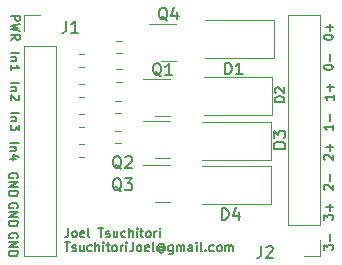
<source format=gbr>
%TF.GenerationSoftware,KiCad,Pcbnew,7.0.8-7.0.8~ubuntu22.04.1*%
%TF.CreationDate,2023-12-06T13:38:50-08:00*%
%TF.ProjectId,SolenoidDriver,536f6c65-6e6f-4696-9444-72697665722e,rev?*%
%TF.SameCoordinates,Original*%
%TF.FileFunction,Legend,Top*%
%TF.FilePolarity,Positive*%
%FSLAX46Y46*%
G04 Gerber Fmt 4.6, Leading zero omitted, Abs format (unit mm)*
G04 Created by KiCad (PCBNEW 7.0.8-7.0.8~ubuntu22.04.1) date 2023-12-06 13:38:50*
%MOMM*%
%LPD*%
G01*
G04 APERTURE LIST*
%ADD10C,0.150000*%
%ADD11C,0.120000*%
G04 APERTURE END LIST*
D10*
X83676541Y-61347914D02*
X83676541Y-61883628D01*
X83676541Y-61883628D02*
X83640826Y-61990771D01*
X83640826Y-61990771D02*
X83569398Y-62062200D01*
X83569398Y-62062200D02*
X83462255Y-62097914D01*
X83462255Y-62097914D02*
X83390826Y-62097914D01*
X84140827Y-62097914D02*
X84069398Y-62062200D01*
X84069398Y-62062200D02*
X84033684Y-62026485D01*
X84033684Y-62026485D02*
X83997970Y-61955057D01*
X83997970Y-61955057D02*
X83997970Y-61740771D01*
X83997970Y-61740771D02*
X84033684Y-61669342D01*
X84033684Y-61669342D02*
X84069398Y-61633628D01*
X84069398Y-61633628D02*
X84140827Y-61597914D01*
X84140827Y-61597914D02*
X84247970Y-61597914D01*
X84247970Y-61597914D02*
X84319398Y-61633628D01*
X84319398Y-61633628D02*
X84355113Y-61669342D01*
X84355113Y-61669342D02*
X84390827Y-61740771D01*
X84390827Y-61740771D02*
X84390827Y-61955057D01*
X84390827Y-61955057D02*
X84355113Y-62026485D01*
X84355113Y-62026485D02*
X84319398Y-62062200D01*
X84319398Y-62062200D02*
X84247970Y-62097914D01*
X84247970Y-62097914D02*
X84140827Y-62097914D01*
X84997969Y-62062200D02*
X84926541Y-62097914D01*
X84926541Y-62097914D02*
X84783684Y-62097914D01*
X84783684Y-62097914D02*
X84712255Y-62062200D01*
X84712255Y-62062200D02*
X84676541Y-61990771D01*
X84676541Y-61990771D02*
X84676541Y-61705057D01*
X84676541Y-61705057D02*
X84712255Y-61633628D01*
X84712255Y-61633628D02*
X84783684Y-61597914D01*
X84783684Y-61597914D02*
X84926541Y-61597914D01*
X84926541Y-61597914D02*
X84997969Y-61633628D01*
X84997969Y-61633628D02*
X85033684Y-61705057D01*
X85033684Y-61705057D02*
X85033684Y-61776485D01*
X85033684Y-61776485D02*
X84676541Y-61847914D01*
X85462255Y-62097914D02*
X85390826Y-62062200D01*
X85390826Y-62062200D02*
X85355112Y-61990771D01*
X85355112Y-61990771D02*
X85355112Y-61347914D01*
X86212255Y-61347914D02*
X86640827Y-61347914D01*
X86426541Y-62097914D02*
X86426541Y-61347914D01*
X86855113Y-62062200D02*
X86926541Y-62097914D01*
X86926541Y-62097914D02*
X87069398Y-62097914D01*
X87069398Y-62097914D02*
X87140827Y-62062200D01*
X87140827Y-62062200D02*
X87176541Y-61990771D01*
X87176541Y-61990771D02*
X87176541Y-61955057D01*
X87176541Y-61955057D02*
X87140827Y-61883628D01*
X87140827Y-61883628D02*
X87069398Y-61847914D01*
X87069398Y-61847914D02*
X86962256Y-61847914D01*
X86962256Y-61847914D02*
X86890827Y-61812200D01*
X86890827Y-61812200D02*
X86855113Y-61740771D01*
X86855113Y-61740771D02*
X86855113Y-61705057D01*
X86855113Y-61705057D02*
X86890827Y-61633628D01*
X86890827Y-61633628D02*
X86962256Y-61597914D01*
X86962256Y-61597914D02*
X87069398Y-61597914D01*
X87069398Y-61597914D02*
X87140827Y-61633628D01*
X87819399Y-61597914D02*
X87819399Y-62097914D01*
X87497970Y-61597914D02*
X87497970Y-61990771D01*
X87497970Y-61990771D02*
X87533684Y-62062200D01*
X87533684Y-62062200D02*
X87605113Y-62097914D01*
X87605113Y-62097914D02*
X87712256Y-62097914D01*
X87712256Y-62097914D02*
X87783684Y-62062200D01*
X87783684Y-62062200D02*
X87819399Y-62026485D01*
X88497970Y-62062200D02*
X88426541Y-62097914D01*
X88426541Y-62097914D02*
X88283684Y-62097914D01*
X88283684Y-62097914D02*
X88212255Y-62062200D01*
X88212255Y-62062200D02*
X88176541Y-62026485D01*
X88176541Y-62026485D02*
X88140827Y-61955057D01*
X88140827Y-61955057D02*
X88140827Y-61740771D01*
X88140827Y-61740771D02*
X88176541Y-61669342D01*
X88176541Y-61669342D02*
X88212255Y-61633628D01*
X88212255Y-61633628D02*
X88283684Y-61597914D01*
X88283684Y-61597914D02*
X88426541Y-61597914D01*
X88426541Y-61597914D02*
X88497970Y-61633628D01*
X88819398Y-62097914D02*
X88819398Y-61347914D01*
X89140827Y-62097914D02*
X89140827Y-61705057D01*
X89140827Y-61705057D02*
X89105112Y-61633628D01*
X89105112Y-61633628D02*
X89033684Y-61597914D01*
X89033684Y-61597914D02*
X88926541Y-61597914D01*
X88926541Y-61597914D02*
X88855112Y-61633628D01*
X88855112Y-61633628D02*
X88819398Y-61669342D01*
X89497969Y-62097914D02*
X89497969Y-61597914D01*
X89497969Y-61347914D02*
X89462255Y-61383628D01*
X89462255Y-61383628D02*
X89497969Y-61419342D01*
X89497969Y-61419342D02*
X89533683Y-61383628D01*
X89533683Y-61383628D02*
X89497969Y-61347914D01*
X89497969Y-61347914D02*
X89497969Y-61419342D01*
X89747969Y-61597914D02*
X90033683Y-61597914D01*
X89855112Y-61347914D02*
X89855112Y-61990771D01*
X89855112Y-61990771D02*
X89890826Y-62062200D01*
X89890826Y-62062200D02*
X89962255Y-62097914D01*
X89962255Y-62097914D02*
X90033683Y-62097914D01*
X90390826Y-62097914D02*
X90319397Y-62062200D01*
X90319397Y-62062200D02*
X90283683Y-62026485D01*
X90283683Y-62026485D02*
X90247969Y-61955057D01*
X90247969Y-61955057D02*
X90247969Y-61740771D01*
X90247969Y-61740771D02*
X90283683Y-61669342D01*
X90283683Y-61669342D02*
X90319397Y-61633628D01*
X90319397Y-61633628D02*
X90390826Y-61597914D01*
X90390826Y-61597914D02*
X90497969Y-61597914D01*
X90497969Y-61597914D02*
X90569397Y-61633628D01*
X90569397Y-61633628D02*
X90605112Y-61669342D01*
X90605112Y-61669342D02*
X90640826Y-61740771D01*
X90640826Y-61740771D02*
X90640826Y-61955057D01*
X90640826Y-61955057D02*
X90605112Y-62026485D01*
X90605112Y-62026485D02*
X90569397Y-62062200D01*
X90569397Y-62062200D02*
X90497969Y-62097914D01*
X90497969Y-62097914D02*
X90390826Y-62097914D01*
X90962254Y-62097914D02*
X90962254Y-61597914D01*
X90962254Y-61740771D02*
X90997968Y-61669342D01*
X90997968Y-61669342D02*
X91033683Y-61633628D01*
X91033683Y-61633628D02*
X91105111Y-61597914D01*
X91105111Y-61597914D02*
X91176540Y-61597914D01*
X91426540Y-62097914D02*
X91426540Y-61597914D01*
X91426540Y-61347914D02*
X91390826Y-61383628D01*
X91390826Y-61383628D02*
X91426540Y-61419342D01*
X91426540Y-61419342D02*
X91462254Y-61383628D01*
X91462254Y-61383628D02*
X91426540Y-61347914D01*
X91426540Y-61347914D02*
X91426540Y-61419342D01*
X83355112Y-62555414D02*
X83783684Y-62555414D01*
X83569398Y-63305414D02*
X83569398Y-62555414D01*
X83997970Y-63269700D02*
X84069398Y-63305414D01*
X84069398Y-63305414D02*
X84212255Y-63305414D01*
X84212255Y-63305414D02*
X84283684Y-63269700D01*
X84283684Y-63269700D02*
X84319398Y-63198271D01*
X84319398Y-63198271D02*
X84319398Y-63162557D01*
X84319398Y-63162557D02*
X84283684Y-63091128D01*
X84283684Y-63091128D02*
X84212255Y-63055414D01*
X84212255Y-63055414D02*
X84105113Y-63055414D01*
X84105113Y-63055414D02*
X84033684Y-63019700D01*
X84033684Y-63019700D02*
X83997970Y-62948271D01*
X83997970Y-62948271D02*
X83997970Y-62912557D01*
X83997970Y-62912557D02*
X84033684Y-62841128D01*
X84033684Y-62841128D02*
X84105113Y-62805414D01*
X84105113Y-62805414D02*
X84212255Y-62805414D01*
X84212255Y-62805414D02*
X84283684Y-62841128D01*
X84962256Y-62805414D02*
X84962256Y-63305414D01*
X84640827Y-62805414D02*
X84640827Y-63198271D01*
X84640827Y-63198271D02*
X84676541Y-63269700D01*
X84676541Y-63269700D02*
X84747970Y-63305414D01*
X84747970Y-63305414D02*
X84855113Y-63305414D01*
X84855113Y-63305414D02*
X84926541Y-63269700D01*
X84926541Y-63269700D02*
X84962256Y-63233985D01*
X85640827Y-63269700D02*
X85569398Y-63305414D01*
X85569398Y-63305414D02*
X85426541Y-63305414D01*
X85426541Y-63305414D02*
X85355112Y-63269700D01*
X85355112Y-63269700D02*
X85319398Y-63233985D01*
X85319398Y-63233985D02*
X85283684Y-63162557D01*
X85283684Y-63162557D02*
X85283684Y-62948271D01*
X85283684Y-62948271D02*
X85319398Y-62876842D01*
X85319398Y-62876842D02*
X85355112Y-62841128D01*
X85355112Y-62841128D02*
X85426541Y-62805414D01*
X85426541Y-62805414D02*
X85569398Y-62805414D01*
X85569398Y-62805414D02*
X85640827Y-62841128D01*
X85962255Y-63305414D02*
X85962255Y-62555414D01*
X86283684Y-63305414D02*
X86283684Y-62912557D01*
X86283684Y-62912557D02*
X86247969Y-62841128D01*
X86247969Y-62841128D02*
X86176541Y-62805414D01*
X86176541Y-62805414D02*
X86069398Y-62805414D01*
X86069398Y-62805414D02*
X85997969Y-62841128D01*
X85997969Y-62841128D02*
X85962255Y-62876842D01*
X86640826Y-63305414D02*
X86640826Y-62805414D01*
X86640826Y-62555414D02*
X86605112Y-62591128D01*
X86605112Y-62591128D02*
X86640826Y-62626842D01*
X86640826Y-62626842D02*
X86676540Y-62591128D01*
X86676540Y-62591128D02*
X86640826Y-62555414D01*
X86640826Y-62555414D02*
X86640826Y-62626842D01*
X86890826Y-62805414D02*
X87176540Y-62805414D01*
X86997969Y-62555414D02*
X86997969Y-63198271D01*
X86997969Y-63198271D02*
X87033683Y-63269700D01*
X87033683Y-63269700D02*
X87105112Y-63305414D01*
X87105112Y-63305414D02*
X87176540Y-63305414D01*
X87533683Y-63305414D02*
X87462254Y-63269700D01*
X87462254Y-63269700D02*
X87426540Y-63233985D01*
X87426540Y-63233985D02*
X87390826Y-63162557D01*
X87390826Y-63162557D02*
X87390826Y-62948271D01*
X87390826Y-62948271D02*
X87426540Y-62876842D01*
X87426540Y-62876842D02*
X87462254Y-62841128D01*
X87462254Y-62841128D02*
X87533683Y-62805414D01*
X87533683Y-62805414D02*
X87640826Y-62805414D01*
X87640826Y-62805414D02*
X87712254Y-62841128D01*
X87712254Y-62841128D02*
X87747969Y-62876842D01*
X87747969Y-62876842D02*
X87783683Y-62948271D01*
X87783683Y-62948271D02*
X87783683Y-63162557D01*
X87783683Y-63162557D02*
X87747969Y-63233985D01*
X87747969Y-63233985D02*
X87712254Y-63269700D01*
X87712254Y-63269700D02*
X87640826Y-63305414D01*
X87640826Y-63305414D02*
X87533683Y-63305414D01*
X88105111Y-63305414D02*
X88105111Y-62805414D01*
X88105111Y-62948271D02*
X88140825Y-62876842D01*
X88140825Y-62876842D02*
X88176540Y-62841128D01*
X88176540Y-62841128D02*
X88247968Y-62805414D01*
X88247968Y-62805414D02*
X88319397Y-62805414D01*
X88569397Y-63305414D02*
X88569397Y-62805414D01*
X88569397Y-62555414D02*
X88533683Y-62591128D01*
X88533683Y-62591128D02*
X88569397Y-62626842D01*
X88569397Y-62626842D02*
X88605111Y-62591128D01*
X88605111Y-62591128D02*
X88569397Y-62555414D01*
X88569397Y-62555414D02*
X88569397Y-62626842D01*
X89140826Y-62555414D02*
X89140826Y-63091128D01*
X89140826Y-63091128D02*
X89105111Y-63198271D01*
X89105111Y-63198271D02*
X89033683Y-63269700D01*
X89033683Y-63269700D02*
X88926540Y-63305414D01*
X88926540Y-63305414D02*
X88855111Y-63305414D01*
X89605112Y-63305414D02*
X89533683Y-63269700D01*
X89533683Y-63269700D02*
X89497969Y-63233985D01*
X89497969Y-63233985D02*
X89462255Y-63162557D01*
X89462255Y-63162557D02*
X89462255Y-62948271D01*
X89462255Y-62948271D02*
X89497969Y-62876842D01*
X89497969Y-62876842D02*
X89533683Y-62841128D01*
X89533683Y-62841128D02*
X89605112Y-62805414D01*
X89605112Y-62805414D02*
X89712255Y-62805414D01*
X89712255Y-62805414D02*
X89783683Y-62841128D01*
X89783683Y-62841128D02*
X89819398Y-62876842D01*
X89819398Y-62876842D02*
X89855112Y-62948271D01*
X89855112Y-62948271D02*
X89855112Y-63162557D01*
X89855112Y-63162557D02*
X89819398Y-63233985D01*
X89819398Y-63233985D02*
X89783683Y-63269700D01*
X89783683Y-63269700D02*
X89712255Y-63305414D01*
X89712255Y-63305414D02*
X89605112Y-63305414D01*
X90462254Y-63269700D02*
X90390826Y-63305414D01*
X90390826Y-63305414D02*
X90247969Y-63305414D01*
X90247969Y-63305414D02*
X90176540Y-63269700D01*
X90176540Y-63269700D02*
X90140826Y-63198271D01*
X90140826Y-63198271D02*
X90140826Y-62912557D01*
X90140826Y-62912557D02*
X90176540Y-62841128D01*
X90176540Y-62841128D02*
X90247969Y-62805414D01*
X90247969Y-62805414D02*
X90390826Y-62805414D01*
X90390826Y-62805414D02*
X90462254Y-62841128D01*
X90462254Y-62841128D02*
X90497969Y-62912557D01*
X90497969Y-62912557D02*
X90497969Y-62983985D01*
X90497969Y-62983985D02*
X90140826Y-63055414D01*
X90926540Y-63305414D02*
X90855111Y-63269700D01*
X90855111Y-63269700D02*
X90819397Y-63198271D01*
X90819397Y-63198271D02*
X90819397Y-62555414D01*
X91676540Y-62948271D02*
X91640825Y-62912557D01*
X91640825Y-62912557D02*
X91569397Y-62876842D01*
X91569397Y-62876842D02*
X91497968Y-62876842D01*
X91497968Y-62876842D02*
X91426540Y-62912557D01*
X91426540Y-62912557D02*
X91390825Y-62948271D01*
X91390825Y-62948271D02*
X91355111Y-63019700D01*
X91355111Y-63019700D02*
X91355111Y-63091128D01*
X91355111Y-63091128D02*
X91390825Y-63162557D01*
X91390825Y-63162557D02*
X91426540Y-63198271D01*
X91426540Y-63198271D02*
X91497968Y-63233985D01*
X91497968Y-63233985D02*
X91569397Y-63233985D01*
X91569397Y-63233985D02*
X91640825Y-63198271D01*
X91640825Y-63198271D02*
X91676540Y-63162557D01*
X91676540Y-62876842D02*
X91676540Y-63162557D01*
X91676540Y-63162557D02*
X91712254Y-63198271D01*
X91712254Y-63198271D02*
X91747968Y-63198271D01*
X91747968Y-63198271D02*
X91819397Y-63162557D01*
X91819397Y-63162557D02*
X91855111Y-63091128D01*
X91855111Y-63091128D02*
X91855111Y-62912557D01*
X91855111Y-62912557D02*
X91783683Y-62805414D01*
X91783683Y-62805414D02*
X91676540Y-62733985D01*
X91676540Y-62733985D02*
X91533683Y-62698271D01*
X91533683Y-62698271D02*
X91390825Y-62733985D01*
X91390825Y-62733985D02*
X91283683Y-62805414D01*
X91283683Y-62805414D02*
X91212254Y-62912557D01*
X91212254Y-62912557D02*
X91176540Y-63055414D01*
X91176540Y-63055414D02*
X91212254Y-63198271D01*
X91212254Y-63198271D02*
X91283683Y-63305414D01*
X91283683Y-63305414D02*
X91390825Y-63376842D01*
X91390825Y-63376842D02*
X91533683Y-63412557D01*
X91533683Y-63412557D02*
X91676540Y-63376842D01*
X91676540Y-63376842D02*
X91783683Y-63305414D01*
X92497969Y-62805414D02*
X92497969Y-63412557D01*
X92497969Y-63412557D02*
X92462254Y-63483985D01*
X92462254Y-63483985D02*
X92426540Y-63519700D01*
X92426540Y-63519700D02*
X92355111Y-63555414D01*
X92355111Y-63555414D02*
X92247969Y-63555414D01*
X92247969Y-63555414D02*
X92176540Y-63519700D01*
X92497969Y-63269700D02*
X92426540Y-63305414D01*
X92426540Y-63305414D02*
X92283683Y-63305414D01*
X92283683Y-63305414D02*
X92212254Y-63269700D01*
X92212254Y-63269700D02*
X92176540Y-63233985D01*
X92176540Y-63233985D02*
X92140826Y-63162557D01*
X92140826Y-63162557D02*
X92140826Y-62948271D01*
X92140826Y-62948271D02*
X92176540Y-62876842D01*
X92176540Y-62876842D02*
X92212254Y-62841128D01*
X92212254Y-62841128D02*
X92283683Y-62805414D01*
X92283683Y-62805414D02*
X92426540Y-62805414D01*
X92426540Y-62805414D02*
X92497969Y-62841128D01*
X92855111Y-63305414D02*
X92855111Y-62805414D01*
X92855111Y-62876842D02*
X92890825Y-62841128D01*
X92890825Y-62841128D02*
X92962254Y-62805414D01*
X92962254Y-62805414D02*
X93069397Y-62805414D01*
X93069397Y-62805414D02*
X93140825Y-62841128D01*
X93140825Y-62841128D02*
X93176540Y-62912557D01*
X93176540Y-62912557D02*
X93176540Y-63305414D01*
X93176540Y-62912557D02*
X93212254Y-62841128D01*
X93212254Y-62841128D02*
X93283682Y-62805414D01*
X93283682Y-62805414D02*
X93390825Y-62805414D01*
X93390825Y-62805414D02*
X93462254Y-62841128D01*
X93462254Y-62841128D02*
X93497968Y-62912557D01*
X93497968Y-62912557D02*
X93497968Y-63305414D01*
X94176540Y-63305414D02*
X94176540Y-62912557D01*
X94176540Y-62912557D02*
X94140825Y-62841128D01*
X94140825Y-62841128D02*
X94069397Y-62805414D01*
X94069397Y-62805414D02*
X93926540Y-62805414D01*
X93926540Y-62805414D02*
X93855111Y-62841128D01*
X94176540Y-63269700D02*
X94105111Y-63305414D01*
X94105111Y-63305414D02*
X93926540Y-63305414D01*
X93926540Y-63305414D02*
X93855111Y-63269700D01*
X93855111Y-63269700D02*
X93819397Y-63198271D01*
X93819397Y-63198271D02*
X93819397Y-63126842D01*
X93819397Y-63126842D02*
X93855111Y-63055414D01*
X93855111Y-63055414D02*
X93926540Y-63019700D01*
X93926540Y-63019700D02*
X94105111Y-63019700D01*
X94105111Y-63019700D02*
X94176540Y-62983985D01*
X94533682Y-63305414D02*
X94533682Y-62805414D01*
X94533682Y-62555414D02*
X94497968Y-62591128D01*
X94497968Y-62591128D02*
X94533682Y-62626842D01*
X94533682Y-62626842D02*
X94569396Y-62591128D01*
X94569396Y-62591128D02*
X94533682Y-62555414D01*
X94533682Y-62555414D02*
X94533682Y-62626842D01*
X94997968Y-63305414D02*
X94926539Y-63269700D01*
X94926539Y-63269700D02*
X94890825Y-63198271D01*
X94890825Y-63198271D02*
X94890825Y-62555414D01*
X95283682Y-63233985D02*
X95319396Y-63269700D01*
X95319396Y-63269700D02*
X95283682Y-63305414D01*
X95283682Y-63305414D02*
X95247968Y-63269700D01*
X95247968Y-63269700D02*
X95283682Y-63233985D01*
X95283682Y-63233985D02*
X95283682Y-63305414D01*
X95962254Y-63269700D02*
X95890825Y-63305414D01*
X95890825Y-63305414D02*
X95747968Y-63305414D01*
X95747968Y-63305414D02*
X95676539Y-63269700D01*
X95676539Y-63269700D02*
X95640825Y-63233985D01*
X95640825Y-63233985D02*
X95605111Y-63162557D01*
X95605111Y-63162557D02*
X95605111Y-62948271D01*
X95605111Y-62948271D02*
X95640825Y-62876842D01*
X95640825Y-62876842D02*
X95676539Y-62841128D01*
X95676539Y-62841128D02*
X95747968Y-62805414D01*
X95747968Y-62805414D02*
X95890825Y-62805414D01*
X95890825Y-62805414D02*
X95962254Y-62841128D01*
X96390825Y-63305414D02*
X96319396Y-63269700D01*
X96319396Y-63269700D02*
X96283682Y-63233985D01*
X96283682Y-63233985D02*
X96247968Y-63162557D01*
X96247968Y-63162557D02*
X96247968Y-62948271D01*
X96247968Y-62948271D02*
X96283682Y-62876842D01*
X96283682Y-62876842D02*
X96319396Y-62841128D01*
X96319396Y-62841128D02*
X96390825Y-62805414D01*
X96390825Y-62805414D02*
X96497968Y-62805414D01*
X96497968Y-62805414D02*
X96569396Y-62841128D01*
X96569396Y-62841128D02*
X96605111Y-62876842D01*
X96605111Y-62876842D02*
X96640825Y-62948271D01*
X96640825Y-62948271D02*
X96640825Y-63162557D01*
X96640825Y-63162557D02*
X96605111Y-63233985D01*
X96605111Y-63233985D02*
X96569396Y-63269700D01*
X96569396Y-63269700D02*
X96497968Y-63305414D01*
X96497968Y-63305414D02*
X96390825Y-63305414D01*
X96962253Y-63305414D02*
X96962253Y-62805414D01*
X96962253Y-62876842D02*
X96997967Y-62841128D01*
X96997967Y-62841128D02*
X97069396Y-62805414D01*
X97069396Y-62805414D02*
X97176539Y-62805414D01*
X97176539Y-62805414D02*
X97247967Y-62841128D01*
X97247967Y-62841128D02*
X97283682Y-62912557D01*
X97283682Y-62912557D02*
X97283682Y-63305414D01*
X97283682Y-62912557D02*
X97319396Y-62841128D01*
X97319396Y-62841128D02*
X97390824Y-62805414D01*
X97390824Y-62805414D02*
X97497967Y-62805414D01*
X97497967Y-62805414D02*
X97569396Y-62841128D01*
X97569396Y-62841128D02*
X97605110Y-62912557D01*
X97605110Y-62912557D02*
X97605110Y-63305414D01*
X105320414Y-63199173D02*
X105320414Y-62734887D01*
X105320414Y-62734887D02*
X105606128Y-62984887D01*
X105606128Y-62984887D02*
X105606128Y-62877744D01*
X105606128Y-62877744D02*
X105641842Y-62806316D01*
X105641842Y-62806316D02*
X105677557Y-62770601D01*
X105677557Y-62770601D02*
X105748985Y-62734887D01*
X105748985Y-62734887D02*
X105927557Y-62734887D01*
X105927557Y-62734887D02*
X105998985Y-62770601D01*
X105998985Y-62770601D02*
X106034700Y-62806316D01*
X106034700Y-62806316D02*
X106070414Y-62877744D01*
X106070414Y-62877744D02*
X106070414Y-63092030D01*
X106070414Y-63092030D02*
X106034700Y-63163458D01*
X106034700Y-63163458D02*
X105998985Y-63199173D01*
X105784700Y-62413458D02*
X105784700Y-61842030D01*
X105320414Y-60659173D02*
X105320414Y-60194887D01*
X105320414Y-60194887D02*
X105606128Y-60444887D01*
X105606128Y-60444887D02*
X105606128Y-60337744D01*
X105606128Y-60337744D02*
X105641842Y-60266316D01*
X105641842Y-60266316D02*
X105677557Y-60230601D01*
X105677557Y-60230601D02*
X105748985Y-60194887D01*
X105748985Y-60194887D02*
X105927557Y-60194887D01*
X105927557Y-60194887D02*
X105998985Y-60230601D01*
X105998985Y-60230601D02*
X106034700Y-60266316D01*
X106034700Y-60266316D02*
X106070414Y-60337744D01*
X106070414Y-60337744D02*
X106070414Y-60552030D01*
X106070414Y-60552030D02*
X106034700Y-60623458D01*
X106034700Y-60623458D02*
X105998985Y-60659173D01*
X105784700Y-59873458D02*
X105784700Y-59302030D01*
X106070414Y-59587744D02*
X105498985Y-59587744D01*
X105391842Y-58083458D02*
X105356128Y-58047744D01*
X105356128Y-58047744D02*
X105320414Y-57976316D01*
X105320414Y-57976316D02*
X105320414Y-57797744D01*
X105320414Y-57797744D02*
X105356128Y-57726316D01*
X105356128Y-57726316D02*
X105391842Y-57690601D01*
X105391842Y-57690601D02*
X105463271Y-57654887D01*
X105463271Y-57654887D02*
X105534700Y-57654887D01*
X105534700Y-57654887D02*
X105641842Y-57690601D01*
X105641842Y-57690601D02*
X106070414Y-58119173D01*
X106070414Y-58119173D02*
X106070414Y-57654887D01*
X105784700Y-57333458D02*
X105784700Y-56762030D01*
X105391842Y-55543458D02*
X105356128Y-55507744D01*
X105356128Y-55507744D02*
X105320414Y-55436316D01*
X105320414Y-55436316D02*
X105320414Y-55257744D01*
X105320414Y-55257744D02*
X105356128Y-55186316D01*
X105356128Y-55186316D02*
X105391842Y-55150601D01*
X105391842Y-55150601D02*
X105463271Y-55114887D01*
X105463271Y-55114887D02*
X105534700Y-55114887D01*
X105534700Y-55114887D02*
X105641842Y-55150601D01*
X105641842Y-55150601D02*
X106070414Y-55579173D01*
X106070414Y-55579173D02*
X106070414Y-55114887D01*
X105784700Y-54793458D02*
X105784700Y-54222030D01*
X106070414Y-54507744D02*
X105498985Y-54507744D01*
X106070414Y-52574887D02*
X106070414Y-53003458D01*
X106070414Y-52789173D02*
X105320414Y-52789173D01*
X105320414Y-52789173D02*
X105427557Y-52860601D01*
X105427557Y-52860601D02*
X105498985Y-52932030D01*
X105498985Y-52932030D02*
X105534700Y-53003458D01*
X105784700Y-52253458D02*
X105784700Y-51682030D01*
X106132914Y-50034887D02*
X106132914Y-50463458D01*
X106132914Y-50249173D02*
X105382914Y-50249173D01*
X105382914Y-50249173D02*
X105490057Y-50320601D01*
X105490057Y-50320601D02*
X105561485Y-50392030D01*
X105561485Y-50392030D02*
X105597200Y-50463458D01*
X105847200Y-49713458D02*
X105847200Y-49142030D01*
X106132914Y-49427744D02*
X105561485Y-49427744D01*
X105320414Y-47744887D02*
X105320414Y-47673458D01*
X105320414Y-47673458D02*
X105356128Y-47602030D01*
X105356128Y-47602030D02*
X105391842Y-47566316D01*
X105391842Y-47566316D02*
X105463271Y-47530601D01*
X105463271Y-47530601D02*
X105606128Y-47494887D01*
X105606128Y-47494887D02*
X105784700Y-47494887D01*
X105784700Y-47494887D02*
X105927557Y-47530601D01*
X105927557Y-47530601D02*
X105998985Y-47566316D01*
X105998985Y-47566316D02*
X106034700Y-47602030D01*
X106034700Y-47602030D02*
X106070414Y-47673458D01*
X106070414Y-47673458D02*
X106070414Y-47744887D01*
X106070414Y-47744887D02*
X106034700Y-47816316D01*
X106034700Y-47816316D02*
X105998985Y-47852030D01*
X105998985Y-47852030D02*
X105927557Y-47887744D01*
X105927557Y-47887744D02*
X105784700Y-47923458D01*
X105784700Y-47923458D02*
X105606128Y-47923458D01*
X105606128Y-47923458D02*
X105463271Y-47887744D01*
X105463271Y-47887744D02*
X105391842Y-47852030D01*
X105391842Y-47852030D02*
X105356128Y-47816316D01*
X105356128Y-47816316D02*
X105320414Y-47744887D01*
X105784700Y-47173458D02*
X105784700Y-46602030D01*
X105320414Y-45204887D02*
X105320414Y-45133458D01*
X105320414Y-45133458D02*
X105356128Y-45062030D01*
X105356128Y-45062030D02*
X105391842Y-45026316D01*
X105391842Y-45026316D02*
X105463271Y-44990601D01*
X105463271Y-44990601D02*
X105606128Y-44954887D01*
X105606128Y-44954887D02*
X105784700Y-44954887D01*
X105784700Y-44954887D02*
X105927557Y-44990601D01*
X105927557Y-44990601D02*
X105998985Y-45026316D01*
X105998985Y-45026316D02*
X106034700Y-45062030D01*
X106034700Y-45062030D02*
X106070414Y-45133458D01*
X106070414Y-45133458D02*
X106070414Y-45204887D01*
X106070414Y-45204887D02*
X106034700Y-45276316D01*
X106034700Y-45276316D02*
X105998985Y-45312030D01*
X105998985Y-45312030D02*
X105927557Y-45347744D01*
X105927557Y-45347744D02*
X105784700Y-45383458D01*
X105784700Y-45383458D02*
X105606128Y-45383458D01*
X105606128Y-45383458D02*
X105463271Y-45347744D01*
X105463271Y-45347744D02*
X105391842Y-45312030D01*
X105391842Y-45312030D02*
X105356128Y-45276316D01*
X105356128Y-45276316D02*
X105320414Y-45204887D01*
X105784700Y-44633458D02*
X105784700Y-44062030D01*
X106070414Y-44347744D02*
X105498985Y-44347744D01*
X79366371Y-62170112D02*
X79402085Y-62098684D01*
X79402085Y-62098684D02*
X79402085Y-61991541D01*
X79402085Y-61991541D02*
X79366371Y-61884398D01*
X79366371Y-61884398D02*
X79294942Y-61812969D01*
X79294942Y-61812969D02*
X79223514Y-61777255D01*
X79223514Y-61777255D02*
X79080657Y-61741541D01*
X79080657Y-61741541D02*
X78973514Y-61741541D01*
X78973514Y-61741541D02*
X78830657Y-61777255D01*
X78830657Y-61777255D02*
X78759228Y-61812969D01*
X78759228Y-61812969D02*
X78687800Y-61884398D01*
X78687800Y-61884398D02*
X78652085Y-61991541D01*
X78652085Y-61991541D02*
X78652085Y-62062969D01*
X78652085Y-62062969D02*
X78687800Y-62170112D01*
X78687800Y-62170112D02*
X78723514Y-62205826D01*
X78723514Y-62205826D02*
X78973514Y-62205826D01*
X78973514Y-62205826D02*
X78973514Y-62062969D01*
X78652085Y-62527255D02*
X79402085Y-62527255D01*
X79402085Y-62527255D02*
X78652085Y-62955826D01*
X78652085Y-62955826D02*
X79402085Y-62955826D01*
X78652085Y-63312969D02*
X79402085Y-63312969D01*
X79402085Y-63312969D02*
X79402085Y-63491540D01*
X79402085Y-63491540D02*
X79366371Y-63598683D01*
X79366371Y-63598683D02*
X79294942Y-63670112D01*
X79294942Y-63670112D02*
X79223514Y-63705826D01*
X79223514Y-63705826D02*
X79080657Y-63741540D01*
X79080657Y-63741540D02*
X78973514Y-63741540D01*
X78973514Y-63741540D02*
X78830657Y-63705826D01*
X78830657Y-63705826D02*
X78759228Y-63670112D01*
X78759228Y-63670112D02*
X78687800Y-63598683D01*
X78687800Y-63598683D02*
X78652085Y-63491540D01*
X78652085Y-63491540D02*
X78652085Y-63312969D01*
X79366371Y-59630112D02*
X79402085Y-59558684D01*
X79402085Y-59558684D02*
X79402085Y-59451541D01*
X79402085Y-59451541D02*
X79366371Y-59344398D01*
X79366371Y-59344398D02*
X79294942Y-59272969D01*
X79294942Y-59272969D02*
X79223514Y-59237255D01*
X79223514Y-59237255D02*
X79080657Y-59201541D01*
X79080657Y-59201541D02*
X78973514Y-59201541D01*
X78973514Y-59201541D02*
X78830657Y-59237255D01*
X78830657Y-59237255D02*
X78759228Y-59272969D01*
X78759228Y-59272969D02*
X78687800Y-59344398D01*
X78687800Y-59344398D02*
X78652085Y-59451541D01*
X78652085Y-59451541D02*
X78652085Y-59522969D01*
X78652085Y-59522969D02*
X78687800Y-59630112D01*
X78687800Y-59630112D02*
X78723514Y-59665826D01*
X78723514Y-59665826D02*
X78973514Y-59665826D01*
X78973514Y-59665826D02*
X78973514Y-59522969D01*
X78652085Y-59987255D02*
X79402085Y-59987255D01*
X79402085Y-59987255D02*
X78652085Y-60415826D01*
X78652085Y-60415826D02*
X79402085Y-60415826D01*
X78652085Y-60772969D02*
X79402085Y-60772969D01*
X79402085Y-60772969D02*
X79402085Y-60951540D01*
X79402085Y-60951540D02*
X79366371Y-61058683D01*
X79366371Y-61058683D02*
X79294942Y-61130112D01*
X79294942Y-61130112D02*
X79223514Y-61165826D01*
X79223514Y-61165826D02*
X79080657Y-61201540D01*
X79080657Y-61201540D02*
X78973514Y-61201540D01*
X78973514Y-61201540D02*
X78830657Y-61165826D01*
X78830657Y-61165826D02*
X78759228Y-61130112D01*
X78759228Y-61130112D02*
X78687800Y-61058683D01*
X78687800Y-61058683D02*
X78652085Y-60951540D01*
X78652085Y-60951540D02*
X78652085Y-60772969D01*
X79366371Y-57090112D02*
X79402085Y-57018684D01*
X79402085Y-57018684D02*
X79402085Y-56911541D01*
X79402085Y-56911541D02*
X79366371Y-56804398D01*
X79366371Y-56804398D02*
X79294942Y-56732969D01*
X79294942Y-56732969D02*
X79223514Y-56697255D01*
X79223514Y-56697255D02*
X79080657Y-56661541D01*
X79080657Y-56661541D02*
X78973514Y-56661541D01*
X78973514Y-56661541D02*
X78830657Y-56697255D01*
X78830657Y-56697255D02*
X78759228Y-56732969D01*
X78759228Y-56732969D02*
X78687800Y-56804398D01*
X78687800Y-56804398D02*
X78652085Y-56911541D01*
X78652085Y-56911541D02*
X78652085Y-56982969D01*
X78652085Y-56982969D02*
X78687800Y-57090112D01*
X78687800Y-57090112D02*
X78723514Y-57125826D01*
X78723514Y-57125826D02*
X78973514Y-57125826D01*
X78973514Y-57125826D02*
X78973514Y-56982969D01*
X78652085Y-57447255D02*
X79402085Y-57447255D01*
X79402085Y-57447255D02*
X78652085Y-57875826D01*
X78652085Y-57875826D02*
X79402085Y-57875826D01*
X78652085Y-58232969D02*
X79402085Y-58232969D01*
X79402085Y-58232969D02*
X79402085Y-58411540D01*
X79402085Y-58411540D02*
X79366371Y-58518683D01*
X79366371Y-58518683D02*
X79294942Y-58590112D01*
X79294942Y-58590112D02*
X79223514Y-58625826D01*
X79223514Y-58625826D02*
X79080657Y-58661540D01*
X79080657Y-58661540D02*
X78973514Y-58661540D01*
X78973514Y-58661540D02*
X78830657Y-58625826D01*
X78830657Y-58625826D02*
X78759228Y-58590112D01*
X78759228Y-58590112D02*
X78687800Y-58518683D01*
X78687800Y-58518683D02*
X78652085Y-58411540D01*
X78652085Y-58411540D02*
X78652085Y-58232969D01*
X78714585Y-54157255D02*
X79464585Y-54157255D01*
X79214585Y-54514398D02*
X78714585Y-54514398D01*
X79143157Y-54514398D02*
X79178871Y-54550112D01*
X79178871Y-54550112D02*
X79214585Y-54621541D01*
X79214585Y-54621541D02*
X79214585Y-54728684D01*
X79214585Y-54728684D02*
X79178871Y-54800112D01*
X79178871Y-54800112D02*
X79107442Y-54835827D01*
X79107442Y-54835827D02*
X78714585Y-54835827D01*
X79214585Y-55514398D02*
X78714585Y-55514398D01*
X79500300Y-55335826D02*
X78964585Y-55157255D01*
X78964585Y-55157255D02*
X78964585Y-55621540D01*
X78777085Y-51617255D02*
X79527085Y-51617255D01*
X79277085Y-51974398D02*
X78777085Y-51974398D01*
X79205657Y-51974398D02*
X79241371Y-52010112D01*
X79241371Y-52010112D02*
X79277085Y-52081541D01*
X79277085Y-52081541D02*
X79277085Y-52188684D01*
X79277085Y-52188684D02*
X79241371Y-52260112D01*
X79241371Y-52260112D02*
X79169942Y-52295827D01*
X79169942Y-52295827D02*
X78777085Y-52295827D01*
X79527085Y-52581540D02*
X79527085Y-53045826D01*
X79527085Y-53045826D02*
X79241371Y-52795826D01*
X79241371Y-52795826D02*
X79241371Y-52902969D01*
X79241371Y-52902969D02*
X79205657Y-52974398D01*
X79205657Y-52974398D02*
X79169942Y-53010112D01*
X79169942Y-53010112D02*
X79098514Y-53045826D01*
X79098514Y-53045826D02*
X78919942Y-53045826D01*
X78919942Y-53045826D02*
X78848514Y-53010112D01*
X78848514Y-53010112D02*
X78812800Y-52974398D01*
X78812800Y-52974398D02*
X78777085Y-52902969D01*
X78777085Y-52902969D02*
X78777085Y-52688683D01*
X78777085Y-52688683D02*
X78812800Y-52617255D01*
X78812800Y-52617255D02*
X78848514Y-52581540D01*
X78777085Y-49077255D02*
X79527085Y-49077255D01*
X79277085Y-49434398D02*
X78777085Y-49434398D01*
X79205657Y-49434398D02*
X79241371Y-49470112D01*
X79241371Y-49470112D02*
X79277085Y-49541541D01*
X79277085Y-49541541D02*
X79277085Y-49648684D01*
X79277085Y-49648684D02*
X79241371Y-49720112D01*
X79241371Y-49720112D02*
X79169942Y-49755827D01*
X79169942Y-49755827D02*
X78777085Y-49755827D01*
X79455657Y-50077255D02*
X79491371Y-50112969D01*
X79491371Y-50112969D02*
X79527085Y-50184398D01*
X79527085Y-50184398D02*
X79527085Y-50362969D01*
X79527085Y-50362969D02*
X79491371Y-50434398D01*
X79491371Y-50434398D02*
X79455657Y-50470112D01*
X79455657Y-50470112D02*
X79384228Y-50505826D01*
X79384228Y-50505826D02*
X79312800Y-50505826D01*
X79312800Y-50505826D02*
X79205657Y-50470112D01*
X79205657Y-50470112D02*
X78777085Y-50041540D01*
X78777085Y-50041540D02*
X78777085Y-50505826D01*
X78777085Y-46537255D02*
X79527085Y-46537255D01*
X79277085Y-46894398D02*
X78777085Y-46894398D01*
X79205657Y-46894398D02*
X79241371Y-46930112D01*
X79241371Y-46930112D02*
X79277085Y-47001541D01*
X79277085Y-47001541D02*
X79277085Y-47108684D01*
X79277085Y-47108684D02*
X79241371Y-47180112D01*
X79241371Y-47180112D02*
X79169942Y-47215827D01*
X79169942Y-47215827D02*
X78777085Y-47215827D01*
X78777085Y-47965826D02*
X78777085Y-47537255D01*
X78777085Y-47751540D02*
X79527085Y-47751540D01*
X79527085Y-47751540D02*
X79419942Y-47680112D01*
X79419942Y-47680112D02*
X79348514Y-47608683D01*
X79348514Y-47608683D02*
X79312800Y-47537255D01*
X78839585Y-43362255D02*
X79589585Y-43362255D01*
X79589585Y-43362255D02*
X79589585Y-43647969D01*
X79589585Y-43647969D02*
X79553871Y-43719398D01*
X79553871Y-43719398D02*
X79518157Y-43755112D01*
X79518157Y-43755112D02*
X79446728Y-43790826D01*
X79446728Y-43790826D02*
X79339585Y-43790826D01*
X79339585Y-43790826D02*
X79268157Y-43755112D01*
X79268157Y-43755112D02*
X79232442Y-43719398D01*
X79232442Y-43719398D02*
X79196728Y-43647969D01*
X79196728Y-43647969D02*
X79196728Y-43362255D01*
X79589585Y-44040826D02*
X78839585Y-44219398D01*
X78839585Y-44219398D02*
X79375300Y-44362255D01*
X79375300Y-44362255D02*
X78839585Y-44505112D01*
X78839585Y-44505112D02*
X79589585Y-44683684D01*
X78839585Y-45397969D02*
X79196728Y-45147969D01*
X78839585Y-44969398D02*
X79589585Y-44969398D01*
X79589585Y-44969398D02*
X79589585Y-45255112D01*
X79589585Y-45255112D02*
X79553871Y-45326541D01*
X79553871Y-45326541D02*
X79518157Y-45362255D01*
X79518157Y-45362255D02*
X79446728Y-45397969D01*
X79446728Y-45397969D02*
X79339585Y-45397969D01*
X79339585Y-45397969D02*
X79268157Y-45362255D01*
X79268157Y-45362255D02*
X79232442Y-45326541D01*
X79232442Y-45326541D02*
X79196728Y-45255112D01*
X79196728Y-45255112D02*
X79196728Y-44969398D01*
X92058261Y-43775057D02*
X91963023Y-43727438D01*
X91963023Y-43727438D02*
X91867785Y-43632200D01*
X91867785Y-43632200D02*
X91724928Y-43489342D01*
X91724928Y-43489342D02*
X91629690Y-43441723D01*
X91629690Y-43441723D02*
X91534452Y-43441723D01*
X91582071Y-43679819D02*
X91486833Y-43632200D01*
X91486833Y-43632200D02*
X91391595Y-43536961D01*
X91391595Y-43536961D02*
X91343976Y-43346485D01*
X91343976Y-43346485D02*
X91343976Y-43013152D01*
X91343976Y-43013152D02*
X91391595Y-42822676D01*
X91391595Y-42822676D02*
X91486833Y-42727438D01*
X91486833Y-42727438D02*
X91582071Y-42679819D01*
X91582071Y-42679819D02*
X91772547Y-42679819D01*
X91772547Y-42679819D02*
X91867785Y-42727438D01*
X91867785Y-42727438D02*
X91963023Y-42822676D01*
X91963023Y-42822676D02*
X92010642Y-43013152D01*
X92010642Y-43013152D02*
X92010642Y-43346485D01*
X92010642Y-43346485D02*
X91963023Y-43536961D01*
X91963023Y-43536961D02*
X91867785Y-43632200D01*
X91867785Y-43632200D02*
X91772547Y-43679819D01*
X91772547Y-43679819D02*
X91582071Y-43679819D01*
X92867785Y-43013152D02*
X92867785Y-43679819D01*
X92629690Y-42632200D02*
X92391595Y-43346485D01*
X92391595Y-43346485D02*
X93010642Y-43346485D01*
X88169761Y-58240057D02*
X88074523Y-58192438D01*
X88074523Y-58192438D02*
X87979285Y-58097200D01*
X87979285Y-58097200D02*
X87836428Y-57954342D01*
X87836428Y-57954342D02*
X87741190Y-57906723D01*
X87741190Y-57906723D02*
X87645952Y-57906723D01*
X87693571Y-58144819D02*
X87598333Y-58097200D01*
X87598333Y-58097200D02*
X87503095Y-58001961D01*
X87503095Y-58001961D02*
X87455476Y-57811485D01*
X87455476Y-57811485D02*
X87455476Y-57478152D01*
X87455476Y-57478152D02*
X87503095Y-57287676D01*
X87503095Y-57287676D02*
X87598333Y-57192438D01*
X87598333Y-57192438D02*
X87693571Y-57144819D01*
X87693571Y-57144819D02*
X87884047Y-57144819D01*
X87884047Y-57144819D02*
X87979285Y-57192438D01*
X87979285Y-57192438D02*
X88074523Y-57287676D01*
X88074523Y-57287676D02*
X88122142Y-57478152D01*
X88122142Y-57478152D02*
X88122142Y-57811485D01*
X88122142Y-57811485D02*
X88074523Y-58001961D01*
X88074523Y-58001961D02*
X87979285Y-58097200D01*
X87979285Y-58097200D02*
X87884047Y-58144819D01*
X87884047Y-58144819D02*
X87693571Y-58144819D01*
X88455476Y-57144819D02*
X89074523Y-57144819D01*
X89074523Y-57144819D02*
X88741190Y-57525771D01*
X88741190Y-57525771D02*
X88884047Y-57525771D01*
X88884047Y-57525771D02*
X88979285Y-57573390D01*
X88979285Y-57573390D02*
X89026904Y-57621009D01*
X89026904Y-57621009D02*
X89074523Y-57716247D01*
X89074523Y-57716247D02*
X89074523Y-57954342D01*
X89074523Y-57954342D02*
X89026904Y-58049580D01*
X89026904Y-58049580D02*
X88979285Y-58097200D01*
X88979285Y-58097200D02*
X88884047Y-58144819D01*
X88884047Y-58144819D02*
X88598333Y-58144819D01*
X88598333Y-58144819D02*
X88503095Y-58097200D01*
X88503095Y-58097200D02*
X88455476Y-58049580D01*
X88169761Y-56335057D02*
X88074523Y-56287438D01*
X88074523Y-56287438D02*
X87979285Y-56192200D01*
X87979285Y-56192200D02*
X87836428Y-56049342D01*
X87836428Y-56049342D02*
X87741190Y-56001723D01*
X87741190Y-56001723D02*
X87645952Y-56001723D01*
X87693571Y-56239819D02*
X87598333Y-56192200D01*
X87598333Y-56192200D02*
X87503095Y-56096961D01*
X87503095Y-56096961D02*
X87455476Y-55906485D01*
X87455476Y-55906485D02*
X87455476Y-55573152D01*
X87455476Y-55573152D02*
X87503095Y-55382676D01*
X87503095Y-55382676D02*
X87598333Y-55287438D01*
X87598333Y-55287438D02*
X87693571Y-55239819D01*
X87693571Y-55239819D02*
X87884047Y-55239819D01*
X87884047Y-55239819D02*
X87979285Y-55287438D01*
X87979285Y-55287438D02*
X88074523Y-55382676D01*
X88074523Y-55382676D02*
X88122142Y-55573152D01*
X88122142Y-55573152D02*
X88122142Y-55906485D01*
X88122142Y-55906485D02*
X88074523Y-56096961D01*
X88074523Y-56096961D02*
X87979285Y-56192200D01*
X87979285Y-56192200D02*
X87884047Y-56239819D01*
X87884047Y-56239819D02*
X87693571Y-56239819D01*
X88503095Y-55335057D02*
X88550714Y-55287438D01*
X88550714Y-55287438D02*
X88645952Y-55239819D01*
X88645952Y-55239819D02*
X88884047Y-55239819D01*
X88884047Y-55239819D02*
X88979285Y-55287438D01*
X88979285Y-55287438D02*
X89026904Y-55335057D01*
X89026904Y-55335057D02*
X89074523Y-55430295D01*
X89074523Y-55430295D02*
X89074523Y-55525533D01*
X89074523Y-55525533D02*
X89026904Y-55668390D01*
X89026904Y-55668390D02*
X88455476Y-56239819D01*
X88455476Y-56239819D02*
X89074523Y-56239819D01*
X91550261Y-48474057D02*
X91455023Y-48426438D01*
X91455023Y-48426438D02*
X91359785Y-48331200D01*
X91359785Y-48331200D02*
X91216928Y-48188342D01*
X91216928Y-48188342D02*
X91121690Y-48140723D01*
X91121690Y-48140723D02*
X91026452Y-48140723D01*
X91074071Y-48378819D02*
X90978833Y-48331200D01*
X90978833Y-48331200D02*
X90883595Y-48235961D01*
X90883595Y-48235961D02*
X90835976Y-48045485D01*
X90835976Y-48045485D02*
X90835976Y-47712152D01*
X90835976Y-47712152D02*
X90883595Y-47521676D01*
X90883595Y-47521676D02*
X90978833Y-47426438D01*
X90978833Y-47426438D02*
X91074071Y-47378819D01*
X91074071Y-47378819D02*
X91264547Y-47378819D01*
X91264547Y-47378819D02*
X91359785Y-47426438D01*
X91359785Y-47426438D02*
X91455023Y-47521676D01*
X91455023Y-47521676D02*
X91502642Y-47712152D01*
X91502642Y-47712152D02*
X91502642Y-48045485D01*
X91502642Y-48045485D02*
X91455023Y-48235961D01*
X91455023Y-48235961D02*
X91359785Y-48331200D01*
X91359785Y-48331200D02*
X91264547Y-48378819D01*
X91264547Y-48378819D02*
X91074071Y-48378819D01*
X92455023Y-48378819D02*
X91883595Y-48378819D01*
X92169309Y-48378819D02*
X92169309Y-47378819D01*
X92169309Y-47378819D02*
X92074071Y-47521676D01*
X92074071Y-47521676D02*
X91978833Y-47616914D01*
X91978833Y-47616914D02*
X91883595Y-47664533D01*
X99996666Y-62859819D02*
X99996666Y-63574104D01*
X99996666Y-63574104D02*
X99949047Y-63716961D01*
X99949047Y-63716961D02*
X99853809Y-63812200D01*
X99853809Y-63812200D02*
X99710952Y-63859819D01*
X99710952Y-63859819D02*
X99615714Y-63859819D01*
X100425238Y-62955057D02*
X100472857Y-62907438D01*
X100472857Y-62907438D02*
X100568095Y-62859819D01*
X100568095Y-62859819D02*
X100806190Y-62859819D01*
X100806190Y-62859819D02*
X100901428Y-62907438D01*
X100901428Y-62907438D02*
X100949047Y-62955057D01*
X100949047Y-62955057D02*
X100996666Y-63050295D01*
X100996666Y-63050295D02*
X100996666Y-63145533D01*
X100996666Y-63145533D02*
X100949047Y-63288390D01*
X100949047Y-63288390D02*
X100377619Y-63859819D01*
X100377619Y-63859819D02*
X100996666Y-63859819D01*
X83486666Y-43809819D02*
X83486666Y-44524104D01*
X83486666Y-44524104D02*
X83439047Y-44666961D01*
X83439047Y-44666961D02*
X83343809Y-44762200D01*
X83343809Y-44762200D02*
X83200952Y-44809819D01*
X83200952Y-44809819D02*
X83105714Y-44809819D01*
X84486666Y-44809819D02*
X83915238Y-44809819D01*
X84200952Y-44809819D02*
X84200952Y-43809819D01*
X84200952Y-43809819D02*
X84105714Y-43952676D01*
X84105714Y-43952676D02*
X84010476Y-44047914D01*
X84010476Y-44047914D02*
X83915238Y-44095533D01*
X96670905Y-60644819D02*
X96670905Y-59644819D01*
X96670905Y-59644819D02*
X96909000Y-59644819D01*
X96909000Y-59644819D02*
X97051857Y-59692438D01*
X97051857Y-59692438D02*
X97147095Y-59787676D01*
X97147095Y-59787676D02*
X97194714Y-59882914D01*
X97194714Y-59882914D02*
X97242333Y-60073390D01*
X97242333Y-60073390D02*
X97242333Y-60216247D01*
X97242333Y-60216247D02*
X97194714Y-60406723D01*
X97194714Y-60406723D02*
X97147095Y-60501961D01*
X97147095Y-60501961D02*
X97051857Y-60597200D01*
X97051857Y-60597200D02*
X96909000Y-60644819D01*
X96909000Y-60644819D02*
X96670905Y-60644819D01*
X98099476Y-59978152D02*
X98099476Y-60644819D01*
X97861381Y-59597200D02*
X97623286Y-60311485D01*
X97623286Y-60311485D02*
X98242333Y-60311485D01*
X102054819Y-54618094D02*
X101054819Y-54618094D01*
X101054819Y-54618094D02*
X101054819Y-54379999D01*
X101054819Y-54379999D02*
X101102438Y-54237142D01*
X101102438Y-54237142D02*
X101197676Y-54141904D01*
X101197676Y-54141904D02*
X101292914Y-54094285D01*
X101292914Y-54094285D02*
X101483390Y-54046666D01*
X101483390Y-54046666D02*
X101626247Y-54046666D01*
X101626247Y-54046666D02*
X101816723Y-54094285D01*
X101816723Y-54094285D02*
X101911961Y-54141904D01*
X101911961Y-54141904D02*
X102007200Y-54237142D01*
X102007200Y-54237142D02*
X102054819Y-54379999D01*
X102054819Y-54379999D02*
X102054819Y-54618094D01*
X101054819Y-53713332D02*
X101054819Y-53094285D01*
X101054819Y-53094285D02*
X101435771Y-53427618D01*
X101435771Y-53427618D02*
X101435771Y-53284761D01*
X101435771Y-53284761D02*
X101483390Y-53189523D01*
X101483390Y-53189523D02*
X101531009Y-53141904D01*
X101531009Y-53141904D02*
X101626247Y-53094285D01*
X101626247Y-53094285D02*
X101864342Y-53094285D01*
X101864342Y-53094285D02*
X101959580Y-53141904D01*
X101959580Y-53141904D02*
X102007200Y-53189523D01*
X102007200Y-53189523D02*
X102054819Y-53284761D01*
X102054819Y-53284761D02*
X102054819Y-53570475D01*
X102054819Y-53570475D02*
X102007200Y-53665713D01*
X102007200Y-53665713D02*
X101959580Y-53713332D01*
X101962295Y-50660475D02*
X101162295Y-50660475D01*
X101162295Y-50660475D02*
X101162295Y-50469999D01*
X101162295Y-50469999D02*
X101200390Y-50355713D01*
X101200390Y-50355713D02*
X101276580Y-50279523D01*
X101276580Y-50279523D02*
X101352771Y-50241428D01*
X101352771Y-50241428D02*
X101505152Y-50203332D01*
X101505152Y-50203332D02*
X101619438Y-50203332D01*
X101619438Y-50203332D02*
X101771819Y-50241428D01*
X101771819Y-50241428D02*
X101848009Y-50279523D01*
X101848009Y-50279523D02*
X101924200Y-50355713D01*
X101924200Y-50355713D02*
X101962295Y-50469999D01*
X101962295Y-50469999D02*
X101962295Y-50660475D01*
X101238485Y-49898571D02*
X101200390Y-49860475D01*
X101200390Y-49860475D02*
X101162295Y-49784285D01*
X101162295Y-49784285D02*
X101162295Y-49593809D01*
X101162295Y-49593809D02*
X101200390Y-49517618D01*
X101200390Y-49517618D02*
X101238485Y-49479523D01*
X101238485Y-49479523D02*
X101314676Y-49441428D01*
X101314676Y-49441428D02*
X101390866Y-49441428D01*
X101390866Y-49441428D02*
X101505152Y-49479523D01*
X101505152Y-49479523D02*
X101962295Y-49936666D01*
X101962295Y-49936666D02*
X101962295Y-49441428D01*
X96924905Y-48325819D02*
X96924905Y-47325819D01*
X96924905Y-47325819D02*
X97163000Y-47325819D01*
X97163000Y-47325819D02*
X97305857Y-47373438D01*
X97305857Y-47373438D02*
X97401095Y-47468676D01*
X97401095Y-47468676D02*
X97448714Y-47563914D01*
X97448714Y-47563914D02*
X97496333Y-47754390D01*
X97496333Y-47754390D02*
X97496333Y-47897247D01*
X97496333Y-47897247D02*
X97448714Y-48087723D01*
X97448714Y-48087723D02*
X97401095Y-48182961D01*
X97401095Y-48182961D02*
X97305857Y-48278200D01*
X97305857Y-48278200D02*
X97163000Y-48325819D01*
X97163000Y-48325819D02*
X96924905Y-48325819D01*
X98448714Y-48325819D02*
X97877286Y-48325819D01*
X98163000Y-48325819D02*
X98163000Y-47325819D01*
X98163000Y-47325819D02*
X98067762Y-47468676D01*
X98067762Y-47468676D02*
X97972524Y-47563914D01*
X97972524Y-47563914D02*
X97877286Y-47611533D01*
D11*
%TO.C,R8*%
X87710742Y-46528500D02*
X88185258Y-46528500D01*
X87710742Y-45483500D02*
X88185258Y-45483500D01*
%TO.C,R7*%
X87646742Y-54148500D02*
X88121258Y-54148500D01*
X87646742Y-53103500D02*
X88121258Y-53103500D01*
%TO.C,R6*%
X87646742Y-51608500D02*
X88121258Y-51608500D01*
X87646742Y-50563500D02*
X88121258Y-50563500D01*
%TO.C,R5*%
X87710742Y-48941500D02*
X88185258Y-48941500D01*
X87710742Y-47896500D02*
X88185258Y-47896500D01*
%TO.C,R4*%
X84535742Y-55291500D02*
X85010258Y-55291500D01*
X84535742Y-54246500D02*
X85010258Y-54246500D01*
%TO.C,R3*%
X84535742Y-52751500D02*
X85010258Y-52751500D01*
X84535742Y-51706500D02*
X85010258Y-51706500D01*
%TO.C,R2*%
X84535742Y-50211500D02*
X85010258Y-50211500D01*
X84535742Y-49166500D02*
X85010258Y-49166500D01*
%TO.C,R1*%
X84535742Y-47671500D02*
X85010258Y-47671500D01*
X84535742Y-46626500D02*
X85010258Y-46626500D01*
%TO.C,Q4*%
X92153500Y-44065000D02*
X92803500Y-44065000D01*
X92153500Y-47185000D02*
X92803500Y-47185000D01*
X92153500Y-44065000D02*
X90478500Y-44065000D01*
X92153500Y-47185000D02*
X91503500Y-47185000D01*
%TO.C,Q3*%
X91645500Y-56003000D02*
X92295500Y-56003000D01*
X91645500Y-59123000D02*
X92295500Y-59123000D01*
X91645500Y-56003000D02*
X89970500Y-56003000D01*
X91645500Y-59123000D02*
X90995500Y-59123000D01*
%TO.C,Q2*%
X91645500Y-52320000D02*
X92295500Y-52320000D01*
X91645500Y-55440000D02*
X92295500Y-55440000D01*
X91645500Y-52320000D02*
X89970500Y-52320000D01*
X91645500Y-55440000D02*
X90995500Y-55440000D01*
%TO.C,Q1*%
X91645500Y-48764000D02*
X92295500Y-48764000D01*
X91645500Y-51884000D02*
X92295500Y-51884000D01*
X91645500Y-48764000D02*
X89970500Y-48764000D01*
X91645500Y-51884000D02*
X90995500Y-51884000D01*
%TO.C,J2*%
X104962000Y-61119000D02*
X102302000Y-61119000D01*
X104962000Y-43279000D02*
X102302000Y-43279000D01*
X104962000Y-61119000D02*
X104962000Y-43279000D01*
X104962000Y-62389000D02*
X104962000Y-63719000D01*
X102302000Y-61119000D02*
X102302000Y-43279000D01*
X104962000Y-63719000D02*
X103632000Y-63719000D01*
%TO.C,J1*%
X79950000Y-45894000D02*
X82610000Y-45894000D01*
X79950000Y-63734000D02*
X82610000Y-63734000D01*
X79950000Y-45894000D02*
X79950000Y-63734000D01*
X79950000Y-44624000D02*
X79950000Y-43294000D01*
X82610000Y-45894000D02*
X82610000Y-63734000D01*
X79950000Y-43294000D02*
X81280000Y-43294000D01*
%TO.C,D4*%
X95009000Y-59300000D02*
X100819000Y-59300000D01*
X100819000Y-59300000D02*
X100819000Y-56080000D01*
X100819000Y-56080000D02*
X95009000Y-56080000D01*
%TO.C,D3*%
X94996000Y-55617000D02*
X100806000Y-55617000D01*
X100806000Y-55617000D02*
X100806000Y-52397000D01*
X100806000Y-52397000D02*
X94996000Y-52397000D01*
%TO.C,D2*%
X95136000Y-51807000D02*
X100946000Y-51807000D01*
X100946000Y-51807000D02*
X100946000Y-48587000D01*
X100946000Y-48587000D02*
X95136000Y-48587000D01*
%TO.C,D1*%
X95263000Y-46981000D02*
X101073000Y-46981000D01*
X101073000Y-46981000D02*
X101073000Y-43761000D01*
X101073000Y-43761000D02*
X95263000Y-43761000D01*
%TD*%
M02*

</source>
